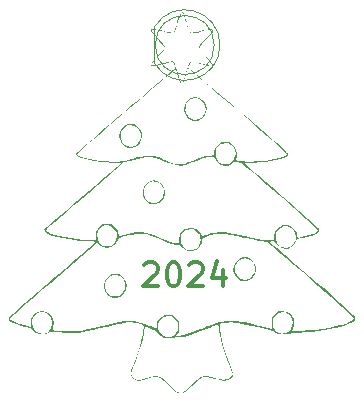
<source format=gto>
G04 #@! TF.GenerationSoftware,KiCad,Pcbnew,8.0.6-8.0.6-0~ubuntu24.04.1*
G04 #@! TF.CreationDate,2024-11-08T14:35:37+00:00*
G04 #@! TF.ProjectId,I_Can_Solder_Badge,495f4361-6e5f-4536-9f6c-6465725f4261,rev?*
G04 #@! TF.SameCoordinates,Original*
G04 #@! TF.FileFunction,Legend,Top*
G04 #@! TF.FilePolarity,Positive*
%FSLAX46Y46*%
G04 Gerber Fmt 4.6, Leading zero omitted, Abs format (unit mm)*
G04 Created by KiCad (PCBNEW 8.0.6-8.0.6-0~ubuntu24.04.1) date 2024-11-08 14:35:37*
%MOMM*%
%LPD*%
G01*
G04 APERTURE LIST*
%ADD10C,0.300000*%
%ADD11C,0.120000*%
%ADD12C,0.000000*%
G04 APERTURE END LIST*
D10*
X138071428Y-78100114D02*
X138166666Y-78004876D01*
X138166666Y-78004876D02*
X138357142Y-77909638D01*
X138357142Y-77909638D02*
X138833333Y-77909638D01*
X138833333Y-77909638D02*
X139023809Y-78004876D01*
X139023809Y-78004876D02*
X139119047Y-78100114D01*
X139119047Y-78100114D02*
X139214285Y-78290590D01*
X139214285Y-78290590D02*
X139214285Y-78481066D01*
X139214285Y-78481066D02*
X139119047Y-78766780D01*
X139119047Y-78766780D02*
X137976190Y-79909638D01*
X137976190Y-79909638D02*
X139214285Y-79909638D01*
X140452380Y-77909638D02*
X140642857Y-77909638D01*
X140642857Y-77909638D02*
X140833333Y-78004876D01*
X140833333Y-78004876D02*
X140928571Y-78100114D01*
X140928571Y-78100114D02*
X141023809Y-78290590D01*
X141023809Y-78290590D02*
X141119047Y-78671542D01*
X141119047Y-78671542D02*
X141119047Y-79147733D01*
X141119047Y-79147733D02*
X141023809Y-79528685D01*
X141023809Y-79528685D02*
X140928571Y-79719161D01*
X140928571Y-79719161D02*
X140833333Y-79814400D01*
X140833333Y-79814400D02*
X140642857Y-79909638D01*
X140642857Y-79909638D02*
X140452380Y-79909638D01*
X140452380Y-79909638D02*
X140261904Y-79814400D01*
X140261904Y-79814400D02*
X140166666Y-79719161D01*
X140166666Y-79719161D02*
X140071428Y-79528685D01*
X140071428Y-79528685D02*
X139976190Y-79147733D01*
X139976190Y-79147733D02*
X139976190Y-78671542D01*
X139976190Y-78671542D02*
X140071428Y-78290590D01*
X140071428Y-78290590D02*
X140166666Y-78100114D01*
X140166666Y-78100114D02*
X140261904Y-78004876D01*
X140261904Y-78004876D02*
X140452380Y-77909638D01*
X141880952Y-78100114D02*
X141976190Y-78004876D01*
X141976190Y-78004876D02*
X142166666Y-77909638D01*
X142166666Y-77909638D02*
X142642857Y-77909638D01*
X142642857Y-77909638D02*
X142833333Y-78004876D01*
X142833333Y-78004876D02*
X142928571Y-78100114D01*
X142928571Y-78100114D02*
X143023809Y-78290590D01*
X143023809Y-78290590D02*
X143023809Y-78481066D01*
X143023809Y-78481066D02*
X142928571Y-78766780D01*
X142928571Y-78766780D02*
X141785714Y-79909638D01*
X141785714Y-79909638D02*
X143023809Y-79909638D01*
X144738095Y-78576304D02*
X144738095Y-79909638D01*
X144261904Y-77814400D02*
X143785714Y-79242971D01*
X143785714Y-79242971D02*
X145023809Y-79242971D01*
D11*
X138935000Y-57955000D02*
X138935000Y-61045000D01*
X138935000Y-57955170D02*
G75*
G02*
X144485000Y-59500462I2560000J-1544830D01*
G01*
X144485000Y-59499538D02*
G75*
G02*
X138935000Y-61044830I-2990000J-462D01*
G01*
X143995000Y-59500000D02*
G75*
G02*
X138995000Y-59500000I-2500000J0D01*
G01*
X138995000Y-59500000D02*
G75*
G02*
X143995000Y-59500000I2500000J0D01*
G01*
D12*
G36*
X141917949Y-61515431D02*
G01*
X141996850Y-61585231D01*
X142153729Y-61720079D01*
X142379537Y-61912327D01*
X142665227Y-62154327D01*
X143001750Y-62438433D01*
X143380059Y-62756997D01*
X143791104Y-63102372D01*
X144225840Y-63466910D01*
X144337048Y-63560045D01*
X145262289Y-64335865D01*
X146101435Y-65041930D01*
X146856434Y-65679939D01*
X147529236Y-66251592D01*
X148121792Y-66758590D01*
X148636051Y-67202632D01*
X149073963Y-67585418D01*
X149437478Y-67908647D01*
X149728545Y-68174021D01*
X149949114Y-68383238D01*
X150101135Y-68537999D01*
X150186559Y-68640004D01*
X150206970Y-68677634D01*
X150209693Y-68812668D01*
X150176594Y-68887051D01*
X150054507Y-68971805D01*
X149835374Y-69059599D01*
X149535369Y-69147167D01*
X149170662Y-69231243D01*
X148757427Y-69308559D01*
X148311835Y-69375850D01*
X147850059Y-69429849D01*
X147388271Y-69467288D01*
X147271514Y-69473841D01*
X146494591Y-69513170D01*
X147071969Y-69995090D01*
X147478898Y-70336294D01*
X147918505Y-70707684D01*
X148382458Y-71102015D01*
X148862425Y-71512042D01*
X149350075Y-71930520D01*
X149837075Y-72350203D01*
X150315095Y-72763847D01*
X150775802Y-73164207D01*
X151210864Y-73544036D01*
X151611951Y-73896092D01*
X151970730Y-74213127D01*
X152278870Y-74487897D01*
X152528038Y-74713158D01*
X152709904Y-74881663D01*
X152816135Y-74986168D01*
X152831870Y-75003788D01*
X152885097Y-75143845D01*
X152837278Y-75294315D01*
X152696750Y-75435727D01*
X152628467Y-75478771D01*
X152439476Y-75563313D01*
X152172657Y-75654643D01*
X151862343Y-75742895D01*
X151542871Y-75818205D01*
X151280226Y-75866120D01*
X151110790Y-75900974D01*
X151013372Y-75958976D01*
X150946733Y-76068896D01*
X150928565Y-76111460D01*
X150754755Y-76410507D01*
X150520822Y-76616658D01*
X150233126Y-76725357D01*
X150048918Y-76741965D01*
X149734752Y-76688334D01*
X149461896Y-76535437D01*
X149272086Y-76325818D01*
X149168613Y-76191610D01*
X149064539Y-76131840D01*
X148913008Y-76118304D01*
X148778033Y-76130304D01*
X148711263Y-76160271D01*
X148709896Y-76172273D01*
X148756086Y-76220056D01*
X148879272Y-76332375D01*
X149069702Y-76500737D01*
X149317625Y-76716653D01*
X149613290Y-76971629D01*
X149946945Y-77257176D01*
X150308839Y-77564800D01*
X150316295Y-77571117D01*
X150928291Y-78091029D01*
X151533970Y-78608350D01*
X152126690Y-79117245D01*
X152699811Y-79611876D01*
X153246691Y-80086407D01*
X153760688Y-80535003D01*
X154235162Y-80951826D01*
X154663471Y-81331042D01*
X155038973Y-81666812D01*
X155355029Y-81953302D01*
X155604995Y-82184674D01*
X155782231Y-82355093D01*
X155880096Y-82458722D01*
X155884916Y-82464742D01*
X155946413Y-82617045D01*
X155898920Y-82770954D01*
X155746765Y-82923937D01*
X155494276Y-83073465D01*
X155145779Y-83217006D01*
X154705603Y-83352031D01*
X154178076Y-83476009D01*
X154143304Y-83483130D01*
X153708771Y-83566198D01*
X153267113Y-83639243D01*
X152799532Y-83704530D01*
X152287229Y-83764323D01*
X151711407Y-83820884D01*
X151053267Y-83876478D01*
X150571429Y-83913242D01*
X150300563Y-83934666D01*
X150006466Y-83960063D01*
X149847286Y-83974864D01*
X149639913Y-83989133D01*
X149494745Y-83975424D01*
X149361927Y-83923082D01*
X149223625Y-83841588D01*
X149100390Y-83775603D01*
X148936431Y-83709619D01*
X148716847Y-83639164D01*
X148426737Y-83559764D01*
X148051202Y-83466947D01*
X147708259Y-83386698D01*
X147161730Y-83262670D01*
X146709449Y-83164754D01*
X146335902Y-83090598D01*
X146025577Y-83037852D01*
X145762958Y-83004165D01*
X145532532Y-82987185D01*
X145318786Y-82984562D01*
X145113445Y-82993462D01*
X144825678Y-83013965D01*
X144633269Y-83040459D01*
X144518540Y-83087887D01*
X144463810Y-83171194D01*
X144451399Y-83305322D01*
X144463627Y-83505216D01*
X144466384Y-83540385D01*
X144532573Y-84022601D01*
X144661185Y-84588553D01*
X144849655Y-85229053D01*
X145095422Y-85934914D01*
X145238864Y-86309166D01*
X145404788Y-86741305D01*
X145522026Y-87072726D01*
X145591049Y-87304896D01*
X145612329Y-87439280D01*
X145609134Y-87461865D01*
X145541640Y-87558200D01*
X145409664Y-87676147D01*
X145310629Y-87745669D01*
X145082923Y-87858003D01*
X144839440Y-87906588D01*
X144556756Y-87891871D01*
X144211447Y-87814295D01*
X144061994Y-87769394D01*
X143708510Y-87664156D01*
X143424019Y-87602450D01*
X143186607Y-87590684D01*
X142974360Y-87635263D01*
X142765362Y-87742593D01*
X142537700Y-87919078D01*
X142269459Y-88171125D01*
X142097283Y-88343679D01*
X141788594Y-88642234D01*
X141541976Y-88848842D01*
X141355241Y-88964982D01*
X141226201Y-88992136D01*
X141176080Y-88966854D01*
X141194517Y-88939778D01*
X141265985Y-88931697D01*
X141366698Y-88888773D01*
X141538407Y-88761269D01*
X141778763Y-88551080D01*
X142027435Y-88316422D01*
X142262701Y-88094520D01*
X142485555Y-87894367D01*
X142676454Y-87732803D01*
X142815860Y-87626665D01*
X142857963Y-87600753D01*
X143098875Y-87533066D01*
X143420045Y-87538585D01*
X143823813Y-87617484D01*
X144080581Y-87691791D01*
X144334012Y-87757861D01*
X144599107Y-87804941D01*
X144792637Y-87821615D01*
X145002697Y-87813238D01*
X145155705Y-87769909D01*
X145306463Y-87675307D01*
X145321160Y-87664203D01*
X145454370Y-87551983D01*
X145544857Y-87455993D01*
X145562454Y-87427119D01*
X145552020Y-87351172D01*
X145504484Y-87190223D01*
X145426466Y-86963893D01*
X145324589Y-86691806D01*
X145253578Y-86511801D01*
X145010905Y-85890817D01*
X144815787Y-85350028D01*
X144662380Y-84869593D01*
X144544841Y-84429672D01*
X144457325Y-84010428D01*
X144394304Y-83594523D01*
X144365790Y-83393751D01*
X144337959Y-83241328D01*
X144316556Y-83168407D01*
X144315515Y-83167152D01*
X144256962Y-83178994D01*
X144108450Y-83227891D01*
X143885112Y-83308314D01*
X143602083Y-83414735D01*
X143274496Y-83541624D01*
X143077654Y-83619391D01*
X142608332Y-83803771D01*
X142226100Y-83947589D01*
X141914104Y-84055597D01*
X141655489Y-84132546D01*
X141433400Y-84183189D01*
X141230984Y-84212278D01*
X141031384Y-84224565D01*
X140926518Y-84225893D01*
X140722666Y-84235620D01*
X140551831Y-84260743D01*
X140473364Y-84285854D01*
X140303815Y-84333724D01*
X140077158Y-84345229D01*
X139843134Y-84321969D01*
X139651484Y-84265543D01*
X139638239Y-84259010D01*
X139493159Y-84152284D01*
X139350460Y-83999654D01*
X139318620Y-83955970D01*
X139220524Y-83837789D01*
X139084961Y-83730755D01*
X138887405Y-83618319D01*
X138650811Y-83505408D01*
X138126563Y-83266843D01*
X138028219Y-83887833D01*
X137930763Y-84372036D01*
X137779742Y-84940290D01*
X137579252Y-85579008D01*
X137333392Y-86274603D01*
X137212004Y-86594901D01*
X137115058Y-86856055D01*
X137035900Y-87088930D01*
X136982872Y-87267620D01*
X136964286Y-87364456D01*
X137003716Y-87485708D01*
X137101212Y-87622516D01*
X137128049Y-87649966D01*
X137287052Y-87768645D01*
X137468591Y-87829385D01*
X137692514Y-87832879D01*
X137978671Y-87779821D01*
X138286761Y-87690423D01*
X138636043Y-87587689D01*
X138923542Y-87531794D01*
X139169707Y-87529307D01*
X139394987Y-87586795D01*
X139619831Y-87710829D01*
X139864687Y-87907976D01*
X140150005Y-88184805D01*
X140295724Y-88335738D01*
X140496853Y-88537001D01*
X140689359Y-88712891D01*
X140849843Y-88842983D01*
X140945903Y-88903317D01*
X141057029Y-88956008D01*
X141069568Y-88979944D01*
X141001686Y-88986174D01*
X140908065Y-88952081D01*
X140756219Y-88844785D01*
X140540988Y-88660156D01*
X140257210Y-88394065D01*
X140235512Y-88373119D01*
X140000405Y-88151321D01*
X139777885Y-87951354D01*
X139587439Y-87790024D01*
X139448557Y-87684139D01*
X139406633Y-87658303D01*
X139217580Y-87596675D01*
X138984344Y-87591253D01*
X138690414Y-87643676D01*
X138319281Y-87755582D01*
X138276292Y-87770454D01*
X137903309Y-87876100D01*
X137598276Y-87905283D01*
X137345706Y-87858325D01*
X137211221Y-87792701D01*
X137014301Y-87632613D01*
X136919836Y-87452851D01*
X136907589Y-87344463D01*
X136926848Y-87254297D01*
X136980335Y-87077626D01*
X137061619Y-86833801D01*
X137164268Y-86542169D01*
X137271651Y-86249329D01*
X137504719Y-85601818D01*
X137688546Y-85035987D01*
X137828181Y-84533966D01*
X137928674Y-84077884D01*
X137985984Y-83721356D01*
X138016964Y-83480219D01*
X138021022Y-83322273D01*
X137980737Y-83223197D01*
X137878685Y-83158669D01*
X137697444Y-83104369D01*
X137511299Y-83058727D01*
X137250564Y-83008141D01*
X136977041Y-82984681D01*
X136675190Y-82989993D01*
X136329466Y-83025726D01*
X135924330Y-83093526D01*
X135444238Y-83195041D01*
X134873649Y-83331918D01*
X134829286Y-83343025D01*
X134217453Y-83494766D01*
X133698505Y-83618230D01*
X133256067Y-83715464D01*
X132873760Y-83788513D01*
X132535208Y-83839422D01*
X132224033Y-83870237D01*
X131923857Y-83883004D01*
X131618304Y-83879768D01*
X131290996Y-83862574D01*
X130925557Y-83833468D01*
X130912117Y-83832280D01*
X130597658Y-83805253D01*
X130374138Y-83789965D01*
X130219606Y-83787495D01*
X130112108Y-83798920D01*
X130029695Y-83825318D01*
X129950413Y-83867767D01*
X129929303Y-83880529D01*
X129696702Y-83972600D01*
X129428784Y-84004145D01*
X129167779Y-83975523D01*
X128955914Y-83887096D01*
X128935213Y-83872029D01*
X128797878Y-83754887D01*
X128688660Y-83644735D01*
X128684558Y-83639856D01*
X128584882Y-83574616D01*
X128391950Y-83496772D01*
X128124190Y-83413334D01*
X128004201Y-83380982D01*
X127630445Y-83274049D01*
X127291741Y-83158035D01*
X127005692Y-83040410D01*
X126789902Y-82928647D01*
X126661975Y-82830214D01*
X126642708Y-82803198D01*
X126596049Y-82660856D01*
X126595103Y-82651900D01*
X126717296Y-82651900D01*
X126718684Y-82660461D01*
X126804861Y-82767606D01*
X126988024Y-82885397D01*
X127253074Y-83007282D01*
X127584916Y-83126708D01*
X127968453Y-83237125D01*
X128147991Y-83280773D01*
X128488170Y-83358999D01*
X128469166Y-83062600D01*
X128474161Y-83001408D01*
X128573214Y-83001408D01*
X128620637Y-83309802D01*
X128750989Y-83569526D01*
X128946399Y-83768199D01*
X129188995Y-83893444D01*
X129460906Y-83932881D01*
X129744259Y-83874132D01*
X129798910Y-83850376D01*
X130029153Y-83683418D01*
X130188208Y-83450502D01*
X130272046Y-83177037D01*
X130276637Y-82888431D01*
X130197955Y-82610091D01*
X130033755Y-82369262D01*
X129795228Y-82192519D01*
X129534829Y-82113080D01*
X129271857Y-82122594D01*
X129025607Y-82212708D01*
X128815375Y-82375070D01*
X128660459Y-82601330D01*
X128580154Y-82883134D01*
X128573214Y-83001408D01*
X128474161Y-83001408D01*
X128496713Y-82725118D01*
X128617092Y-82438165D01*
X128818004Y-82215177D01*
X129087146Y-82069591D01*
X129412219Y-82014845D01*
X129428438Y-82014732D01*
X129756080Y-82064027D01*
X130027058Y-82202654D01*
X130231650Y-82416725D01*
X130360138Y-82692356D01*
X130402800Y-83015657D01*
X130358010Y-83342815D01*
X130318609Y-83506670D01*
X130297862Y-83617346D01*
X130297608Y-83644632D01*
X130365185Y-83658963D01*
X130524872Y-83672737D01*
X130755385Y-83685407D01*
X131035442Y-83696426D01*
X131343759Y-83705248D01*
X131659054Y-83711324D01*
X131960042Y-83714110D01*
X132225442Y-83713057D01*
X132433969Y-83707619D01*
X132524825Y-83701854D01*
X132708562Y-83675897D01*
X132980954Y-83625040D01*
X133321141Y-83553789D01*
X133708266Y-83466653D01*
X134121469Y-83368140D01*
X134452504Y-83285264D01*
X134914790Y-83168070D01*
X135287148Y-83077057D01*
X135589045Y-83008565D01*
X135839948Y-82958931D01*
X136059322Y-82924492D01*
X136266636Y-82901586D01*
X136481356Y-82886552D01*
X136603704Y-82880572D01*
X136944418Y-82872601D01*
X137237831Y-82885578D01*
X137512025Y-82925607D01*
X137795079Y-82998792D01*
X138115075Y-83111240D01*
X138500093Y-83269053D01*
X138611575Y-83317081D01*
X139118750Y-83537055D01*
X139118806Y-83467020D01*
X139240150Y-83467020D01*
X139320383Y-83747382D01*
X139467486Y-83971843D01*
X139702104Y-84162125D01*
X139970073Y-84250482D01*
X140251362Y-84235027D01*
X140525937Y-84113875D01*
X140578743Y-84076446D01*
X140793324Y-83855230D01*
X140908169Y-83586985D01*
X140933036Y-83347655D01*
X140886629Y-83043547D01*
X140758671Y-82782355D01*
X140566052Y-82580907D01*
X140325663Y-82456036D01*
X140054398Y-82424571D01*
X140011115Y-82429078D01*
X139725310Y-82518135D01*
X139497909Y-82687462D01*
X139336314Y-82916055D01*
X139247928Y-83182909D01*
X139240150Y-83467020D01*
X139118806Y-83467020D01*
X139118962Y-83271987D01*
X139165244Y-82976153D01*
X139308896Y-82717755D01*
X139547668Y-82489990D01*
X139701287Y-82390332D01*
X139855315Y-82341921D01*
X140063574Y-82328502D01*
X140082589Y-82328453D01*
X140296990Y-82339931D01*
X140453184Y-82385201D01*
X140604992Y-82480516D01*
X140617511Y-82489990D01*
X140848788Y-82704604D01*
X140984589Y-82936792D01*
X141041671Y-83220303D01*
X141046217Y-83353361D01*
X141034285Y-83586080D01*
X140989772Y-83756850D01*
X140906396Y-83906151D01*
X140766364Y-84112500D01*
X140920570Y-84111516D01*
X141055541Y-84099293D01*
X141255482Y-84068370D01*
X141456364Y-84029665D01*
X141628328Y-83983089D01*
X141881625Y-83901181D01*
X142192887Y-83792152D01*
X142538747Y-83664211D01*
X142895837Y-83525569D01*
X142930471Y-83511749D01*
X143416680Y-83319900D01*
X143817069Y-83169279D01*
X144149471Y-83055136D01*
X144431720Y-82972722D01*
X144681647Y-82917288D01*
X144917088Y-82884085D01*
X145155874Y-82868362D01*
X145358270Y-82865179D01*
X145646436Y-82871419D01*
X145934609Y-82892247D01*
X146241907Y-82930827D01*
X146587446Y-82990321D01*
X146990342Y-83073892D01*
X147469713Y-83184703D01*
X147850000Y-83277446D01*
X148842188Y-83523066D01*
X148842188Y-83056739D01*
X148842378Y-83047760D01*
X148926127Y-83047760D01*
X148980055Y-83332358D01*
X149118111Y-83592975D01*
X149337681Y-83807976D01*
X149492289Y-83898966D01*
X149598503Y-83919962D01*
X149766789Y-83925067D01*
X149851200Y-83921208D01*
X150071356Y-83882089D01*
X150240394Y-83786630D01*
X150295659Y-83737867D01*
X150496449Y-83502404D01*
X150601843Y-83255424D01*
X150628125Y-83006920D01*
X150581442Y-82705931D01*
X150453842Y-82454234D01*
X150264004Y-82262203D01*
X150030604Y-82140215D01*
X149772318Y-82098645D01*
X149507824Y-82147869D01*
X149295216Y-82266437D01*
X149081095Y-82493164D01*
X148958936Y-82760817D01*
X148926127Y-83047760D01*
X148842378Y-83047760D01*
X148847502Y-82805626D01*
X148867485Y-82635568D01*
X148908195Y-82514553D01*
X148960794Y-82430138D01*
X149190054Y-82192445D01*
X149457876Y-82057058D01*
X149777556Y-82014732D01*
X150105215Y-82064857D01*
X150376752Y-82207314D01*
X150580755Y-82430230D01*
X150705812Y-82721731D01*
X150741518Y-83017674D01*
X150710626Y-83277720D01*
X150630480Y-83512564D01*
X150629778Y-83513946D01*
X150518037Y-83733118D01*
X151352657Y-83695654D01*
X151941219Y-83657638D01*
X152540402Y-83597575D01*
X153133553Y-83518651D01*
X153704017Y-83424049D01*
X154235142Y-83316953D01*
X154710274Y-83200548D01*
X155112759Y-83078018D01*
X155425945Y-82952546D01*
X155532449Y-82896476D01*
X155685376Y-82788615D01*
X155774857Y-82688289D01*
X155787500Y-82648652D01*
X155744610Y-82576060D01*
X155618893Y-82434995D01*
X155414779Y-82229401D01*
X155136699Y-81963223D01*
X154789082Y-81640405D01*
X154376359Y-81264890D01*
X153902959Y-80840624D01*
X153373313Y-80371549D01*
X152791851Y-79861609D01*
X152163003Y-79314750D01*
X151491199Y-78734915D01*
X150780870Y-78126048D01*
X150036445Y-77492093D01*
X149262354Y-76836994D01*
X149210714Y-76793436D01*
X148502009Y-76195754D01*
X148020089Y-76124547D01*
X147805058Y-76087641D01*
X147508675Y-76029613D01*
X147159691Y-75956460D01*
X146786857Y-75874180D01*
X146481386Y-75803604D01*
X145901180Y-75671590D01*
X145411801Y-75573642D01*
X144996064Y-75509310D01*
X144636785Y-75478143D01*
X144316777Y-75479692D01*
X144018857Y-75513505D01*
X143725839Y-75579132D01*
X143420540Y-75676123D01*
X143300112Y-75720213D01*
X143115592Y-75796687D01*
X143016206Y-75861958D01*
X142977887Y-75935382D01*
X142974107Y-75982457D01*
X142924940Y-76243598D01*
X142793042Y-76507967D01*
X142601814Y-76738877D01*
X142395784Y-76889093D01*
X142138935Y-76964296D01*
X141855154Y-76954955D01*
X141580701Y-76869674D01*
X141351838Y-76717054D01*
X141268237Y-76621582D01*
X141142605Y-76497197D01*
X140984216Y-76458651D01*
X140969435Y-76458482D01*
X140729831Y-76434436D01*
X140429870Y-76360110D01*
X140059334Y-76232227D01*
X139608005Y-76047509D01*
X139393190Y-75952770D01*
X138956966Y-75763929D01*
X138596705Y-75626288D01*
X138289934Y-75534762D01*
X138014178Y-75484262D01*
X137746964Y-75469704D01*
X137465819Y-75486001D01*
X137375559Y-75496126D01*
X137071387Y-75541524D01*
X136726537Y-75605474D01*
X136409304Y-75675163D01*
X136371837Y-75684434D01*
X136131318Y-75747477D01*
X135978467Y-75797746D01*
X135890356Y-75847510D01*
X135844060Y-75909036D01*
X135820546Y-75979420D01*
X135699882Y-76230802D01*
X135496393Y-76439026D01*
X135238498Y-76582919D01*
X134954615Y-76641312D01*
X134931678Y-76641655D01*
X134656296Y-76613574D01*
X134429286Y-76516320D01*
X134237609Y-76364454D01*
X134090619Y-76227584D01*
X130835823Y-79015689D01*
X130142738Y-79609544D01*
X129530935Y-80134166D01*
X128995452Y-80593947D01*
X128531331Y-80993276D01*
X128133610Y-81336545D01*
X127797332Y-81628144D01*
X127517534Y-81872465D01*
X127289258Y-82073898D01*
X127107544Y-82236834D01*
X126967431Y-82365663D01*
X126863960Y-82464778D01*
X126792171Y-82538568D01*
X126747104Y-82591424D01*
X126723799Y-82627738D01*
X126717296Y-82651900D01*
X126595103Y-82651900D01*
X126588839Y-82592619D01*
X126626012Y-82538832D01*
X126738458Y-82423379D01*
X126927567Y-82245033D01*
X127194728Y-82002565D01*
X127541331Y-81694748D01*
X127968767Y-81320354D01*
X128478424Y-80878156D01*
X129071694Y-80366926D01*
X129749964Y-79785435D01*
X130259933Y-79349704D01*
X130815152Y-78875488D01*
X131345297Y-78421949D01*
X131844059Y-77994527D01*
X132305126Y-77598666D01*
X132722188Y-77239807D01*
X133088935Y-76923391D01*
X133399057Y-76654862D01*
X133646243Y-76439661D01*
X133824182Y-76283229D01*
X133926565Y-76191010D01*
X133949926Y-76167509D01*
X133907236Y-76144260D01*
X133777089Y-76126936D01*
X133585384Y-76118619D01*
X133536642Y-76118304D01*
X133123015Y-76105077D01*
X132660540Y-76067875D01*
X132170619Y-76010418D01*
X131674658Y-75936427D01*
X131194060Y-75849621D01*
X130750229Y-75753720D01*
X130364568Y-75652444D01*
X130058482Y-75549513D01*
X129926566Y-75490887D01*
X129741231Y-75366531D01*
X129635097Y-75231024D01*
X129626878Y-75154191D01*
X129744576Y-75154191D01*
X129754770Y-75223877D01*
X129774461Y-75252307D01*
X129918234Y-75361629D01*
X130160937Y-75471806D01*
X130488177Y-75579716D01*
X130885562Y-75682238D01*
X131338698Y-75776249D01*
X131833192Y-75858627D01*
X132354652Y-75926251D01*
X132888685Y-75975998D01*
X133200959Y-75995555D01*
X133944998Y-76033259D01*
X133941725Y-75691065D01*
X133950301Y-75618141D01*
X134101116Y-75618141D01*
X134126174Y-75942538D01*
X134208406Y-76184422D01*
X134358397Y-76364658D01*
X134538710Y-76480748D01*
X134772279Y-76547107D01*
X135035301Y-76542867D01*
X135276866Y-76471849D01*
X135365585Y-76418691D01*
X135571379Y-76232747D01*
X135690477Y-76031445D01*
X135740570Y-75778338D01*
X135745313Y-75636384D01*
X135719663Y-75341514D01*
X135631318Y-75122376D01*
X135463181Y-74950884D01*
X135251419Y-74824925D01*
X134981716Y-74731961D01*
X134733561Y-74742222D01*
X134490152Y-74858698D01*
X134330860Y-74988720D01*
X134212771Y-75103342D01*
X134144210Y-75196922D01*
X134111712Y-75306349D01*
X134101811Y-75468514D01*
X134101116Y-75618141D01*
X133950301Y-75618141D01*
X133983945Y-75332055D01*
X134111939Y-75035270D01*
X134316608Y-74810658D01*
X134588856Y-74668166D01*
X134919583Y-74617744D01*
X134923333Y-74617738D01*
X135138471Y-74629378D01*
X135295034Y-74674934D01*
X135446408Y-74770363D01*
X135454475Y-74776484D01*
X135675763Y-74978114D01*
X135807901Y-75189315D01*
X135871880Y-75440289D01*
X135898920Y-75586623D01*
X135939637Y-75645191D01*
X136013389Y-75641478D01*
X136022690Y-75638848D01*
X136311648Y-75564315D01*
X136661193Y-75488654D01*
X137024914Y-75420762D01*
X137356403Y-75369531D01*
X137533420Y-75349306D01*
X137867296Y-75343349D01*
X138216085Y-75388325D01*
X138599641Y-75489164D01*
X139037819Y-75650793D01*
X139420888Y-75817923D01*
X139889817Y-76022720D01*
X140273088Y-76166995D01*
X140579111Y-76253550D01*
X140816293Y-76285183D01*
X140824368Y-76285344D01*
X141027530Y-76288393D01*
X141027530Y-75973773D01*
X141159822Y-75973773D01*
X141207179Y-76293341D01*
X141338223Y-76553214D01*
X141536409Y-76742986D01*
X141785194Y-76852254D01*
X142068033Y-76870611D01*
X142368383Y-76787654D01*
X142416847Y-76764340D01*
X142551640Y-76665334D01*
X142684079Y-76523743D01*
X142700329Y-76501860D01*
X142795504Y-76292478D01*
X142837941Y-76033367D01*
X142827012Y-75767740D01*
X142762090Y-75538810D01*
X142715470Y-75459782D01*
X142480492Y-75217790D01*
X142220856Y-75081980D01*
X141945229Y-75054565D01*
X141662278Y-75137756D01*
X141595307Y-75173801D01*
X141356579Y-75368685D01*
X141212907Y-75621203D01*
X141160239Y-75938800D01*
X141159822Y-75973773D01*
X141027530Y-75973773D01*
X141027530Y-75950723D01*
X141075848Y-75610641D01*
X141220166Y-75330711D01*
X141459525Y-75112476D01*
X141595254Y-75036129D01*
X141894887Y-74949347D01*
X142197703Y-74963966D01*
X142479343Y-75071391D01*
X142715449Y-75263027D01*
X142860714Y-75482676D01*
X142932135Y-75602800D01*
X142995616Y-75661612D01*
X143002455Y-75662782D01*
X143079926Y-75646711D01*
X143235379Y-75603582D01*
X143439086Y-75541773D01*
X143499502Y-75522651D01*
X143779187Y-75440527D01*
X144040870Y-75382652D01*
X144300968Y-75349937D01*
X144575901Y-75343293D01*
X144882087Y-75363632D01*
X145235943Y-75411864D01*
X145653888Y-75488901D01*
X146152340Y-75595653D01*
X146579421Y-75693555D01*
X147197800Y-75830649D01*
X147718385Y-75929918D01*
X148149842Y-75992572D01*
X148500838Y-76019822D01*
X148780038Y-76012880D01*
X148826884Y-76007642D01*
X149068973Y-75976563D01*
X149082148Y-75669699D01*
X149083652Y-75661928D01*
X149216495Y-75661928D01*
X149222333Y-75934353D01*
X149280033Y-76173757D01*
X149319074Y-76251900D01*
X149517604Y-76474936D01*
X149769022Y-76610750D01*
X150048707Y-76654884D01*
X150332040Y-76602885D01*
X150561370Y-76476724D01*
X150764559Y-76259341D01*
X150878247Y-76002435D01*
X150907984Y-75727299D01*
X150859320Y-75455226D01*
X150737805Y-75207510D01*
X150548989Y-75005444D01*
X150298421Y-74870322D01*
X150132635Y-74831756D01*
X149874999Y-74849971D01*
X149618706Y-74959566D01*
X149399226Y-75143785D01*
X149354327Y-75199450D01*
X149261000Y-75401841D01*
X149216495Y-75661928D01*
X149083652Y-75661928D01*
X149146479Y-75337220D01*
X149300560Y-75066086D01*
X149532296Y-74867891D01*
X149829595Y-74754226D01*
X150061280Y-74731131D01*
X150276652Y-74742817D01*
X150433325Y-74788449D01*
X150584541Y-74883889D01*
X150591315Y-74889032D01*
X150825793Y-75128713D01*
X150971890Y-75429070D01*
X151014522Y-75604626D01*
X151053348Y-75819339D01*
X151641292Y-75687103D01*
X152031510Y-75587597D01*
X152352074Y-75481815D01*
X152590733Y-75374820D01*
X152735235Y-75271673D01*
X152769163Y-75221069D01*
X152750438Y-75142291D01*
X152650467Y-75009312D01*
X152465029Y-74816948D01*
X152353545Y-74710539D01*
X152115835Y-74491549D01*
X151803096Y-74209406D01*
X151426870Y-73874192D01*
X150998698Y-73495990D01*
X150530120Y-73084884D01*
X150032677Y-72650957D01*
X149517912Y-72204290D01*
X148997364Y-71754968D01*
X148482576Y-71313074D01*
X147985088Y-70888690D01*
X147773228Y-70708904D01*
X147372225Y-70370041D01*
X147046688Y-70097490D01*
X146786199Y-69883522D01*
X146580340Y-69720407D01*
X146418694Y-69600416D01*
X146290844Y-69515820D01*
X146186372Y-69458889D01*
X146094861Y-69421894D01*
X146005893Y-69397106D01*
X146004901Y-69396875D01*
X145826468Y-69359747D01*
X145720201Y-69356495D01*
X145648893Y-69391064D01*
X145599887Y-69439843D01*
X145373692Y-69617409D01*
X145098520Y-69698190D01*
X144873142Y-69699765D01*
X144555674Y-69627226D01*
X144310152Y-69467410D01*
X144134472Y-69218914D01*
X144126491Y-69201990D01*
X144061772Y-69073408D01*
X143995903Y-69006512D01*
X143891464Y-68980988D01*
X143711161Y-68976524D01*
X143430584Y-69004906D01*
X143082090Y-69093961D01*
X142860714Y-69168316D01*
X142551571Y-69278987D01*
X142207297Y-69402300D01*
X141890094Y-69515972D01*
X141814270Y-69543156D01*
X141460371Y-69652046D01*
X141148666Y-69700833D01*
X140846299Y-69687865D01*
X140520413Y-69611489D01*
X140138151Y-69470051D01*
X140107510Y-69457285D01*
X139664437Y-69274679D01*
X139301200Y-69136861D01*
X138994372Y-69041773D01*
X138720525Y-68987355D01*
X138456233Y-68971547D01*
X138178070Y-68992291D01*
X137862607Y-69047526D01*
X137486417Y-69135194D01*
X137218595Y-69203336D01*
X136332258Y-69432118D01*
X133354435Y-71995635D01*
X132848640Y-72430899D01*
X132362298Y-72849117D01*
X131903155Y-73243647D01*
X131478955Y-73607848D01*
X131097445Y-73935078D01*
X130766370Y-74218696D01*
X130493474Y-74452062D01*
X130286504Y-74628533D01*
X130153204Y-74741469D01*
X130112748Y-74775203D01*
X129912322Y-74945709D01*
X129793346Y-75066753D01*
X129744576Y-75154191D01*
X129626878Y-75154191D01*
X129621425Y-75103215D01*
X129633876Y-75074903D01*
X129683404Y-75026245D01*
X129812493Y-74910143D01*
X130014265Y-74732541D01*
X130281840Y-74499384D01*
X130608339Y-74216616D01*
X130986883Y-73890182D01*
X131410593Y-73526027D01*
X131872590Y-73130096D01*
X132365995Y-72708333D01*
X132853795Y-72292349D01*
X133370962Y-71851724D01*
X133863787Y-71431650D01*
X134325336Y-71038050D01*
X134748672Y-70676846D01*
X135126861Y-70353962D01*
X135452967Y-70075321D01*
X135720056Y-69846845D01*
X135921193Y-69674459D01*
X136049442Y-69564084D01*
X136097342Y-69522164D01*
X136098238Y-69495146D01*
X136028357Y-69475788D01*
X135876505Y-69463047D01*
X135631488Y-69455880D01*
X135360288Y-69453455D01*
X134868667Y-69438872D01*
X134383381Y-69400868D01*
X133917488Y-69342543D01*
X133484046Y-69266997D01*
X133096115Y-69177333D01*
X132766753Y-69076650D01*
X132509018Y-68968050D01*
X132335969Y-68854634D01*
X132260665Y-68739502D01*
X132259259Y-68724935D01*
X132382523Y-68724935D01*
X132418532Y-68805553D01*
X132555484Y-68892786D01*
X132781392Y-68982986D01*
X133084274Y-69072508D01*
X133452142Y-69157703D01*
X133873014Y-69234925D01*
X134230591Y-69287305D01*
X134569717Y-69324707D01*
X134932039Y-69352758D01*
X135291370Y-69370593D01*
X135621523Y-69377350D01*
X135896311Y-69372164D01*
X136089548Y-69354172D01*
X136114096Y-69349408D01*
X136217336Y-69325183D01*
X136407489Y-69279210D01*
X136661435Y-69217129D01*
X136956049Y-69144579D01*
X137106027Y-69107468D01*
X137485510Y-69017322D01*
X137789296Y-68955873D01*
X138049994Y-68918229D01*
X138300210Y-68899496D01*
X138523438Y-68894805D01*
X138791940Y-68896605D01*
X138988011Y-68909778D01*
X139152577Y-68942798D01*
X139326563Y-69004140D01*
X139550893Y-69102280D01*
X139572322Y-69112011D01*
X140009193Y-69306070D01*
X140368293Y-69449315D01*
X140672721Y-69542732D01*
X140945576Y-69587308D01*
X141209957Y-69584029D01*
X141488963Y-69533880D01*
X141805692Y-69437848D01*
X142183244Y-69296919D01*
X142350447Y-69230608D01*
X142713060Y-69089845D01*
X142997639Y-68990646D01*
X143228561Y-68925892D01*
X143430200Y-68888462D01*
X143569420Y-68874536D01*
X143966295Y-68847337D01*
X143974464Y-68673923D01*
X144108036Y-68673923D01*
X144151215Y-69008130D01*
X144274619Y-69277496D01*
X144469048Y-69471405D01*
X144725300Y-69579239D01*
X144908951Y-69598215D01*
X145113738Y-69580649D01*
X145299515Y-69536380D01*
X145355968Y-69512854D01*
X145531056Y-69369237D01*
X145679471Y-69152292D01*
X145779104Y-68901989D01*
X145808929Y-68693810D01*
X145760470Y-68396746D01*
X145627941Y-68145744D01*
X145430610Y-67953231D01*
X145187747Y-67831632D01*
X144918622Y-67793373D01*
X144642503Y-67850880D01*
X144560723Y-67888909D01*
X144315843Y-68075370D01*
X144165231Y-68324669D01*
X144108551Y-68637390D01*
X144108036Y-68673923D01*
X143974464Y-68673923D01*
X143978344Y-68591550D01*
X144047440Y-68288478D01*
X144222218Y-68021426D01*
X144438948Y-67835513D01*
X144606731Y-67745875D01*
X144798299Y-67705335D01*
X144963240Y-67698884D01*
X145171762Y-67708914D01*
X145321015Y-67750382D01*
X145464208Y-67840359D01*
X145506010Y-67873005D01*
X145739466Y-68106309D01*
X145870524Y-68361349D01*
X145910156Y-68662063D01*
X145907027Y-68747768D01*
X145888246Y-68940139D01*
X145861666Y-69095363D01*
X145844089Y-69153274D01*
X145861864Y-69225437D01*
X145978291Y-69284031D01*
X146179394Y-69328650D01*
X146451198Y-69358887D01*
X146779729Y-69374336D01*
X147151012Y-69374589D01*
X147551071Y-69359240D01*
X147965932Y-69327883D01*
X148381619Y-69280110D01*
X148672098Y-69235575D01*
X149089872Y-69155992D01*
X149459269Y-69069963D01*
X149765632Y-68981894D01*
X149994303Y-68896192D01*
X150130625Y-68817265D01*
X150155406Y-68789577D01*
X150145472Y-68745478D01*
X150083674Y-68660842D01*
X149967544Y-68533507D01*
X149794613Y-68361311D01*
X149562411Y-68142090D01*
X149268469Y-67873683D01*
X148910318Y-67553926D01*
X148485488Y-67180659D01*
X147991511Y-66751718D01*
X147425916Y-66264940D01*
X146786234Y-65718164D01*
X146069997Y-65109227D01*
X145274735Y-64435967D01*
X144397978Y-63696220D01*
X143437258Y-62887825D01*
X142919172Y-62452618D01*
X141758657Y-61478246D01*
X141635124Y-61932370D01*
X141523781Y-62299052D01*
X141418482Y-62553483D01*
X141317316Y-62695521D01*
X141218372Y-62725024D01*
X141119739Y-62641849D01*
X141019508Y-62445855D01*
X140915767Y-62136899D01*
X140845095Y-61873623D01*
X140749310Y-61491219D01*
X140430124Y-61765187D01*
X140331215Y-61849924D01*
X140154431Y-62001203D01*
X139908104Y-62211902D01*
X139600562Y-62474898D01*
X139240138Y-62783067D01*
X138835162Y-63129287D01*
X138393965Y-63506435D01*
X137924877Y-63907389D01*
X137436230Y-64325025D01*
X137332813Y-64413409D01*
X136552209Y-65080764D01*
X135853892Y-65678304D01*
X135233729Y-66209627D01*
X134687588Y-66678335D01*
X134211336Y-67088024D01*
X133800841Y-67442296D01*
X133451969Y-67744748D01*
X133160589Y-67998981D01*
X132922569Y-68208594D01*
X132733775Y-68377185D01*
X132590075Y-68508355D01*
X132487337Y-68605701D01*
X132421428Y-68672825D01*
X132388215Y-68713324D01*
X132382523Y-68724935D01*
X132259259Y-68724935D01*
X132258482Y-68716889D01*
X132300742Y-68670990D01*
X132423610Y-68556837D01*
X132621220Y-68379526D01*
X132887705Y-68144152D01*
X133217200Y-67855811D01*
X133603836Y-67519597D01*
X134041748Y-67140607D01*
X134525069Y-66723935D01*
X135047932Y-66274677D01*
X135604472Y-65797927D01*
X136188821Y-65298782D01*
X136468192Y-65060632D01*
X137086626Y-64532852D01*
X137674870Y-64029000D01*
X138227433Y-63553874D01*
X138738822Y-63112274D01*
X139203544Y-62708999D01*
X139616108Y-62348847D01*
X139971021Y-62036618D01*
X140262790Y-61777110D01*
X140485924Y-61575123D01*
X140634929Y-61435456D01*
X140704314Y-61362907D01*
X140708682Y-61355460D01*
X140735700Y-61345941D01*
X140782633Y-61446051D01*
X140848739Y-61653924D01*
X140897760Y-61831331D01*
X141004874Y-62202634D01*
X141100126Y-62465342D01*
X141185251Y-62623431D01*
X141261983Y-62680880D01*
X141268365Y-62681250D01*
X141325364Y-62626801D01*
X141400040Y-62468635D01*
X141489383Y-62214524D01*
X141590378Y-61872240D01*
X141610357Y-61798913D01*
X141733470Y-61341799D01*
X141917949Y-61515431D01*
G37*
G36*
X143132884Y-61137116D02*
G01*
X143307112Y-61173387D01*
X143483151Y-61216005D01*
X143625207Y-61256896D01*
X143697487Y-61287985D01*
X143698028Y-61288505D01*
X143708921Y-61309902D01*
X143669786Y-61312326D01*
X143562981Y-61293200D01*
X143370861Y-61249946D01*
X143267238Y-61225563D01*
X143088821Y-61179087D01*
X142968679Y-61139549D01*
X142933038Y-61115921D01*
X142996261Y-61115269D01*
X143132884Y-61137116D01*
G37*
G36*
X138807233Y-58119393D02*
G01*
X138979908Y-58143540D01*
X139212094Y-58185044D01*
X139478632Y-58238480D01*
X139754365Y-58298423D01*
X140014134Y-58359449D01*
X140232779Y-58416133D01*
X140385142Y-58463051D01*
X140441885Y-58489459D01*
X140425685Y-58505181D01*
X140319444Y-58495099D01*
X140142600Y-58462937D01*
X139914593Y-58412422D01*
X139654861Y-58347280D01*
X139544818Y-58317514D01*
X139221275Y-58238515D01*
X138962009Y-58196553D01*
X138780042Y-58192804D01*
X138688393Y-58228442D01*
X138682279Y-58239724D01*
X138711280Y-58301631D01*
X138806532Y-58428971D01*
X138955093Y-58606018D01*
X139144024Y-58817047D01*
X139257443Y-58938713D01*
X139494019Y-59196715D01*
X139678714Y-59413934D01*
X139802062Y-59578508D01*
X139854596Y-59678576D01*
X139855804Y-59688435D01*
X139815834Y-59779613D01*
X139703325Y-59933339D01*
X139529372Y-60135592D01*
X139354496Y-60321811D01*
X139069804Y-60621307D01*
X138864554Y-60851560D01*
X138733601Y-61018849D01*
X138671801Y-61129453D01*
X138665179Y-61163062D01*
X138705215Y-61198874D01*
X138829374Y-61203200D01*
X139043730Y-61175267D01*
X139354358Y-61114305D01*
X139736122Y-61027015D01*
X140495234Y-60845719D01*
X140600742Y-60976016D01*
X140676477Y-61090605D01*
X140703980Y-61170902D01*
X140680277Y-61173509D01*
X140625337Y-61094390D01*
X140617125Y-61079576D01*
X140537298Y-60970082D01*
X140462911Y-60923672D01*
X140462057Y-60923661D01*
X140382532Y-60936530D01*
X140216574Y-60971653D01*
X139987764Y-61023800D01*
X139719681Y-61087742D01*
X139695033Y-61093750D01*
X139311236Y-61182810D01*
X139024376Y-61238025D01*
X138823604Y-61260764D01*
X138698070Y-61252395D01*
X138646280Y-61226042D01*
X138616244Y-61172770D01*
X138626965Y-61100043D01*
X138686829Y-60995637D01*
X138804222Y-60847330D01*
X138987531Y-60642897D01*
X139203795Y-60413393D01*
X139411268Y-60190114D01*
X139587265Y-59989682D01*
X139718005Y-59828671D01*
X139789703Y-59723654D01*
X139799107Y-59697553D01*
X139761614Y-59621677D01*
X139659942Y-59486068D01*
X139510308Y-59310965D01*
X139356349Y-59144970D01*
X139067725Y-58840500D01*
X138855092Y-58604692D01*
X138712453Y-58427877D01*
X138633810Y-58300389D01*
X138613165Y-58212558D01*
X138644518Y-58154717D01*
X138719229Y-58118028D01*
X138807233Y-58119393D01*
G37*
G36*
X142038498Y-60919193D02*
G01*
X142000852Y-60963743D01*
X141899581Y-61098783D01*
X141849839Y-61178795D01*
X141801321Y-61251054D01*
X141785206Y-61252333D01*
X141815062Y-61138056D01*
X141889949Y-61005467D01*
X141976591Y-60909620D01*
X142000595Y-60895992D01*
X142058266Y-60880150D01*
X142038498Y-60919193D01*
G37*
G36*
X141729472Y-57851725D02*
G01*
X141777428Y-57985370D01*
X141781759Y-57998628D01*
X141848862Y-58198959D01*
X141911353Y-58336226D01*
X141989073Y-58416876D01*
X142101861Y-58447355D01*
X142269554Y-58434109D01*
X142511993Y-58383585D01*
X142772935Y-58320696D01*
X143062178Y-58253927D01*
X143328687Y-58198883D01*
X143544208Y-58160979D01*
X143680482Y-58145628D01*
X143687157Y-58145536D01*
X143833569Y-58168574D01*
X143890653Y-58240031D01*
X143857251Y-58363417D01*
X143732209Y-58542244D01*
X143514371Y-58780023D01*
X143460602Y-58833935D01*
X143261485Y-59036048D01*
X143073059Y-59235373D01*
X142923078Y-59402197D01*
X142866591Y-59469887D01*
X142790758Y-59570459D01*
X142747368Y-59656279D01*
X142743780Y-59742713D01*
X142787353Y-59845124D01*
X142885446Y-59978878D01*
X143045416Y-60159339D01*
X143274625Y-60401872D01*
X143351415Y-60482164D01*
X143563804Y-60712484D01*
X143731005Y-60910583D01*
X143840865Y-61061148D01*
X143881235Y-61148870D01*
X143881250Y-61149841D01*
X143869811Y-61249800D01*
X143840744Y-61240843D01*
X143804385Y-61134505D01*
X143754453Y-61045387D01*
X143641497Y-60895248D01*
X143481696Y-60704214D01*
X143291233Y-60492408D01*
X143268745Y-60468322D01*
X143026965Y-60207397D01*
X142855735Y-60012819D01*
X142745873Y-59870305D01*
X142688195Y-59765574D01*
X142673521Y-59684345D01*
X142692668Y-59612335D01*
X142703939Y-59589831D01*
X142764696Y-59508480D01*
X142888118Y-59365242D01*
X143057319Y-59179038D01*
X143255414Y-58968787D01*
X143294444Y-58928181D01*
X143490096Y-58719036D01*
X143653171Y-58532800D01*
X143768909Y-58387231D01*
X143822551Y-58300089D01*
X143824554Y-58290346D01*
X143795274Y-58231557D01*
X143700904Y-58206846D01*
X143531646Y-58217031D01*
X143277703Y-58262931D01*
X142929276Y-58345363D01*
X142815145Y-58374662D01*
X142545972Y-58439707D01*
X142307669Y-58488217D01*
X142126619Y-58515406D01*
X142030805Y-58516920D01*
X141923604Y-58437305D01*
X141823665Y-58266694D01*
X141742039Y-58027421D01*
X141706768Y-57862054D01*
X141704173Y-57807439D01*
X141729472Y-57851725D01*
G37*
G36*
X142845359Y-61059496D02*
G01*
X142828450Y-61085265D01*
X142770945Y-61089274D01*
X142710448Y-61075428D01*
X142736691Y-61055020D01*
X142825301Y-61048261D01*
X142845359Y-61059496D01*
G37*
G36*
X142618573Y-61002800D02*
G01*
X142601664Y-61028569D01*
X142544159Y-61032578D01*
X142483662Y-61018731D01*
X142509905Y-60998324D01*
X142598515Y-60991565D01*
X142618573Y-61002800D01*
G37*
G36*
X142364621Y-60942808D02*
G01*
X142371743Y-60963502D01*
X142293750Y-60971405D01*
X142213262Y-60962495D01*
X142222880Y-60942808D01*
X142338957Y-60935320D01*
X142364621Y-60942808D01*
G37*
G36*
X141352718Y-56718889D02*
G01*
X141443416Y-56860692D01*
X141537125Y-57104954D01*
X141556517Y-57166113D01*
X141627350Y-57408374D01*
X141660852Y-57549779D01*
X141659117Y-57588330D01*
X141624239Y-57522031D01*
X141558311Y-57348883D01*
X141510468Y-57210045D01*
X141413692Y-56952593D01*
X141331934Y-56800469D01*
X141273214Y-56756473D01*
X141214993Y-56798262D01*
X141143031Y-56927562D01*
X141054990Y-57150276D01*
X140948532Y-57472306D01*
X140823539Y-57891833D01*
X140754346Y-58105848D01*
X140681788Y-58288196D01*
X140621261Y-58400305D01*
X140619855Y-58402101D01*
X140564820Y-58467511D01*
X140562794Y-58451435D01*
X140612637Y-58343940D01*
X140613087Y-58343006D01*
X140663144Y-58215257D01*
X140730752Y-58010770D01*
X140805308Y-57762652D01*
X140849144Y-57605953D01*
X140965605Y-57210090D01*
X141071473Y-56925144D01*
X141169467Y-56749423D01*
X141262308Y-56681235D01*
X141352718Y-56718889D01*
G37*
G36*
X135911798Y-78911948D02*
G01*
X136159289Y-79047370D01*
X136393511Y-79276345D01*
X136525808Y-79537050D01*
X136567199Y-79848353D01*
X136520215Y-80203901D01*
X136382503Y-80498630D01*
X136159735Y-80723917D01*
X135904981Y-80855358D01*
X135744350Y-80908432D01*
X135629973Y-80924662D01*
X135502102Y-80907473D01*
X135401175Y-80884250D01*
X135120033Y-80762153D01*
X134890800Y-80555819D01*
X134729626Y-80288614D01*
X134652948Y-79985048D01*
X134760750Y-79985048D01*
X134843903Y-80268661D01*
X134856121Y-80293460D01*
X134976409Y-80495302D01*
X135109357Y-80624255D01*
X135296536Y-80717074D01*
X135362074Y-80740816D01*
X135653027Y-80788688D01*
X135925490Y-80730536D01*
X136053640Y-80658935D01*
X136277941Y-80442283D01*
X136417334Y-80181750D01*
X136472610Y-79899560D01*
X136444560Y-79617939D01*
X136333978Y-79359112D01*
X136141653Y-79145304D01*
X135996416Y-79052432D01*
X135722516Y-78966893D01*
X135457889Y-78979511D01*
X135216446Y-79075147D01*
X135012099Y-79238659D01*
X134858760Y-79454906D01*
X134770340Y-79708750D01*
X134760750Y-79985048D01*
X134652948Y-79985048D01*
X134652660Y-79983908D01*
X134652767Y-79801250D01*
X134730235Y-79484925D01*
X134884978Y-79223670D01*
X135098751Y-79026614D01*
X135353308Y-78902889D01*
X135630406Y-78861623D01*
X135911798Y-78911948D01*
G37*
G36*
X146791166Y-77476943D02*
G01*
X146952696Y-77530529D01*
X147083968Y-77616435D01*
X147313230Y-77830451D01*
X147454823Y-78068066D01*
X147512754Y-78257725D01*
X147532833Y-78577666D01*
X147456282Y-78874094D01*
X147297379Y-79128664D01*
X147070401Y-79323034D01*
X146789627Y-79438858D01*
X146574330Y-79463393D01*
X146318130Y-79437670D01*
X146116407Y-79351925D01*
X146091834Y-79335826D01*
X145836523Y-79101854D01*
X145674022Y-78819021D01*
X145611793Y-78504987D01*
X145618905Y-78432123D01*
X145716469Y-78432123D01*
X145751763Y-78724595D01*
X145879942Y-79009309D01*
X146079496Y-79216992D01*
X146331943Y-79339777D01*
X146618800Y-79369793D01*
X146921582Y-79299174D01*
X147008254Y-79259502D01*
X147172297Y-79125105D01*
X147316472Y-78917827D01*
X147415160Y-78678032D01*
X147435467Y-78586401D01*
X147427355Y-78327312D01*
X147337297Y-78058604D01*
X147183405Y-77824009D01*
X147079175Y-77726171D01*
X146820745Y-77588833D01*
X146556991Y-77550881D01*
X146303859Y-77600321D01*
X146077295Y-77725159D01*
X145893244Y-77913401D01*
X145767654Y-78153054D01*
X145716469Y-78432123D01*
X145618905Y-78432123D01*
X145635994Y-78257036D01*
X145733192Y-77983233D01*
X145901407Y-77757793D01*
X146064693Y-77616435D01*
X146222613Y-77517599D01*
X146389774Y-77472111D01*
X146574330Y-77462819D01*
X146791166Y-77476943D01*
G37*
G36*
X139174147Y-71002843D02*
G01*
X139432049Y-71141521D01*
X139592425Y-71299649D01*
X139760237Y-71578016D01*
X139831918Y-71881337D01*
X139812014Y-72187007D01*
X139705072Y-72472421D01*
X139515636Y-72714975D01*
X139274680Y-72879739D01*
X138981822Y-72980589D01*
X138712552Y-72980794D01*
X138522383Y-72920990D01*
X138352614Y-72811753D01*
X138178149Y-72645190D01*
X138033040Y-72459012D01*
X137951336Y-72290928D01*
X137950489Y-72287636D01*
X137934387Y-72148344D01*
X137934064Y-72088273D01*
X138026395Y-72088273D01*
X138100187Y-72360324D01*
X138252611Y-72598342D01*
X138483863Y-72779332D01*
X138499120Y-72787301D01*
X138772688Y-72876433D01*
X139048518Y-72858128D01*
X139198142Y-72807579D01*
X139351347Y-72711695D01*
X139506762Y-72566983D01*
X139550674Y-72514151D01*
X139645159Y-72372577D01*
X139694381Y-72235350D01*
X139711886Y-72054887D01*
X139713016Y-71943926D01*
X139699952Y-71703598D01*
X139656697Y-71536776D01*
X139596120Y-71432933D01*
X139362305Y-71194477D01*
X139099736Y-71058707D01*
X138820163Y-71029024D01*
X138535336Y-71108831D01*
X138513548Y-71119601D01*
X138274809Y-71297852D01*
X138113904Y-71534043D01*
X138031033Y-71805182D01*
X138026395Y-72088273D01*
X137934064Y-72088273D01*
X137933335Y-71952605D01*
X137939821Y-71839195D01*
X138015698Y-71512967D01*
X138176464Y-71251864D01*
X138410138Y-71067304D01*
X138704738Y-70970702D01*
X138863616Y-70958929D01*
X139174147Y-71002843D01*
G37*
G36*
X137223655Y-66222893D02*
G01*
X137526271Y-66398081D01*
X137732781Y-66632647D01*
X137845985Y-66930818D01*
X137871341Y-67200969D01*
X137823168Y-67520656D01*
X137690586Y-67794121D01*
X137491166Y-68009200D01*
X137242478Y-68153731D01*
X136962096Y-68215550D01*
X136667589Y-68182493D01*
X136528638Y-68130418D01*
X136277786Y-67953865D01*
X136087075Y-67699031D01*
X135974591Y-67392940D01*
X135956785Y-67275983D01*
X135969401Y-67062024D01*
X136072641Y-67062024D01*
X136080291Y-67376407D01*
X136170566Y-67652011D01*
X136308547Y-67837121D01*
X136472817Y-67953258D01*
X136674809Y-68045184D01*
X136869884Y-68096039D01*
X136992634Y-68095444D01*
X137118987Y-68072769D01*
X137172547Y-68068185D01*
X137275126Y-68025885D01*
X137411659Y-67920146D01*
X137550593Y-67780087D01*
X137660377Y-67634824D01*
X137680411Y-67599491D01*
X137754077Y-67354517D01*
X137760729Y-67071179D01*
X137702497Y-66800987D01*
X137642158Y-66674329D01*
X137448218Y-66451598D01*
X137213049Y-66319202D01*
X136956838Y-66272154D01*
X136699773Y-66305468D01*
X136462039Y-66414156D01*
X136263824Y-66593234D01*
X136125314Y-66837714D01*
X136072641Y-67062024D01*
X135969401Y-67062024D01*
X135974994Y-66967173D01*
X136079509Y-66688901D01*
X136253119Y-66455474D01*
X136478611Y-66281200D01*
X136738775Y-66180386D01*
X137016398Y-66167339D01*
X137223655Y-66222893D01*
G37*
G36*
X142710561Y-63977612D02*
G01*
X142970678Y-64112509D01*
X143170332Y-64314923D01*
X143301663Y-64566515D01*
X143356809Y-64848948D01*
X143327906Y-65143882D01*
X143207095Y-65432979D01*
X143104223Y-65576245D01*
X142866851Y-65780361D01*
X142587958Y-65895282D01*
X142293010Y-65916883D01*
X142007474Y-65841040D01*
X141887751Y-65773281D01*
X141665210Y-65557677D01*
X141518164Y-65280842D01*
X141453303Y-64971677D01*
X141457429Y-64917969D01*
X141556697Y-64917969D01*
X141599782Y-65228313D01*
X141736454Y-65485421D01*
X141899189Y-65651059D01*
X142118064Y-65767285D01*
X142381877Y-65807068D01*
X142651034Y-65769547D01*
X142860743Y-65671987D01*
X143075621Y-65468719D01*
X143204999Y-65226037D01*
X143255027Y-64962863D01*
X143231855Y-64698118D01*
X143141632Y-64450724D01*
X142990508Y-64239604D01*
X142784632Y-64083679D01*
X142530155Y-64001872D01*
X142317289Y-63999820D01*
X142021730Y-64084082D01*
X141790697Y-64255923D01*
X141633841Y-64503691D01*
X141560816Y-64815733D01*
X141556697Y-64917969D01*
X141457429Y-64917969D01*
X141477317Y-64659086D01*
X141572667Y-64412168D01*
X141770076Y-64153213D01*
X142016687Y-63994720D01*
X142322863Y-63930612D01*
X142397845Y-63928572D01*
X142710561Y-63977612D01*
G37*
M02*

</source>
